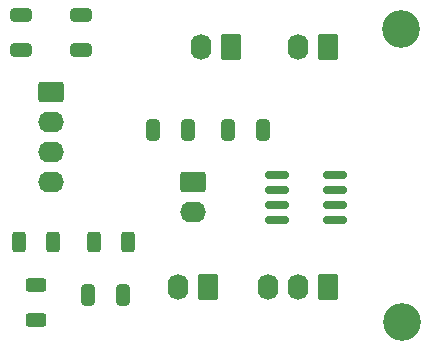
<source format=gbr>
%TF.GenerationSoftware,KiCad,Pcbnew,(6.0.1-0)*%
%TF.CreationDate,2023-07-04T07:10:59-04:00*%
%TF.ProjectId,Active Twin T,41637469-7665-4205-9477-696e20542e6b,rev?*%
%TF.SameCoordinates,Original*%
%TF.FileFunction,Soldermask,Top*%
%TF.FilePolarity,Negative*%
%FSLAX46Y46*%
G04 Gerber Fmt 4.6, Leading zero omitted, Abs format (unit mm)*
G04 Created by KiCad (PCBNEW (6.0.1-0)) date 2023-07-04 07:10:59*
%MOMM*%
%LPD*%
G01*
G04 APERTURE LIST*
G04 Aperture macros list*
%AMRoundRect*
0 Rectangle with rounded corners*
0 $1 Rounding radius*
0 $2 $3 $4 $5 $6 $7 $8 $9 X,Y pos of 4 corners*
0 Add a 4 corners polygon primitive as box body*
4,1,4,$2,$3,$4,$5,$6,$7,$8,$9,$2,$3,0*
0 Add four circle primitives for the rounded corners*
1,1,$1+$1,$2,$3*
1,1,$1+$1,$4,$5*
1,1,$1+$1,$6,$7*
1,1,$1+$1,$8,$9*
0 Add four rect primitives between the rounded corners*
20,1,$1+$1,$2,$3,$4,$5,0*
20,1,$1+$1,$4,$5,$6,$7,0*
20,1,$1+$1,$6,$7,$8,$9,0*
20,1,$1+$1,$8,$9,$2,$3,0*%
G04 Aperture macros list end*
%ADD10C,3.200000*%
%ADD11RoundRect,0.250000X0.620000X0.845000X-0.620000X0.845000X-0.620000X-0.845000X0.620000X-0.845000X0*%
%ADD12O,1.740000X2.190000*%
%ADD13RoundRect,0.250000X-0.625000X0.312500X-0.625000X-0.312500X0.625000X-0.312500X0.625000X0.312500X0*%
%ADD14RoundRect,0.250000X-0.312500X-0.625000X0.312500X-0.625000X0.312500X0.625000X-0.312500X0.625000X0*%
%ADD15RoundRect,0.250000X0.312500X0.625000X-0.312500X0.625000X-0.312500X-0.625000X0.312500X-0.625000X0*%
%ADD16RoundRect,0.150000X-0.825000X-0.150000X0.825000X-0.150000X0.825000X0.150000X-0.825000X0.150000X0*%
%ADD17O,2.190000X1.740000*%
%ADD18RoundRect,0.250000X-0.845000X0.620000X-0.845000X-0.620000X0.845000X-0.620000X0.845000X0.620000X0*%
%ADD19RoundRect,0.250000X0.325000X0.650000X-0.325000X0.650000X-0.325000X-0.650000X0.325000X-0.650000X0*%
%ADD20RoundRect,0.250000X-0.325000X-0.650000X0.325000X-0.650000X0.325000X0.650000X-0.325000X0.650000X0*%
%ADD21RoundRect,0.250000X0.650000X-0.325000X0.650000X0.325000X-0.650000X0.325000X-0.650000X-0.325000X0*%
G04 APERTURE END LIST*
D10*
%TO.C,H2*%
X154940000Y-134747000D03*
%TD*%
%TO.C,H1*%
X154813000Y-109982000D03*
%TD*%
D11*
%TO.C,R6*%
X138537000Y-131826000D03*
D12*
X135997000Y-131826000D03*
%TD*%
D13*
%TO.C,R5*%
X123932000Y-134558500D03*
X123932000Y-131633500D03*
%TD*%
D14*
%TO.C,R4*%
X125394500Y-128016000D03*
X122469500Y-128016000D03*
%TD*%
D15*
%TO.C,R2*%
X128819500Y-128016000D03*
X131744500Y-128016000D03*
%TD*%
D16*
%TO.C,U1*%
X144317000Y-122301000D03*
X144317000Y-123571000D03*
X144317000Y-124841000D03*
X144317000Y-126111000D03*
X149267000Y-126111000D03*
X149267000Y-124841000D03*
X149267000Y-123571000D03*
X149267000Y-122301000D03*
%TD*%
D12*
%TO.C,RV1*%
X143617000Y-131826000D03*
X146157000Y-131826000D03*
D11*
X148697000Y-131826000D03*
%TD*%
D12*
%TO.C,R3*%
X137902000Y-111486000D03*
D11*
X140442000Y-111486000D03*
%TD*%
D17*
%TO.C,R1*%
X137267000Y-125476000D03*
D18*
X137267000Y-122936000D03*
%TD*%
D12*
%TO.C,J2*%
X146157000Y-111486000D03*
D11*
X148697000Y-111486000D03*
%TD*%
D17*
%TO.C,J1*%
X125182000Y-122936000D03*
X125182000Y-120396000D03*
X125182000Y-117856000D03*
D18*
X125182000Y-115316000D03*
%TD*%
D19*
%TO.C,C5*%
X131327000Y-132461000D03*
X128377000Y-132461000D03*
%TD*%
D20*
%TO.C,C4*%
X143187000Y-118491000D03*
X140237000Y-118491000D03*
%TD*%
%TO.C,C3*%
X136837000Y-118491000D03*
X133887000Y-118491000D03*
%TD*%
D21*
%TO.C,C2*%
X122662000Y-108761000D03*
X122662000Y-111711000D03*
%TD*%
%TO.C,C1*%
X127742000Y-111711000D03*
X127742000Y-108761000D03*
%TD*%
M02*

</source>
